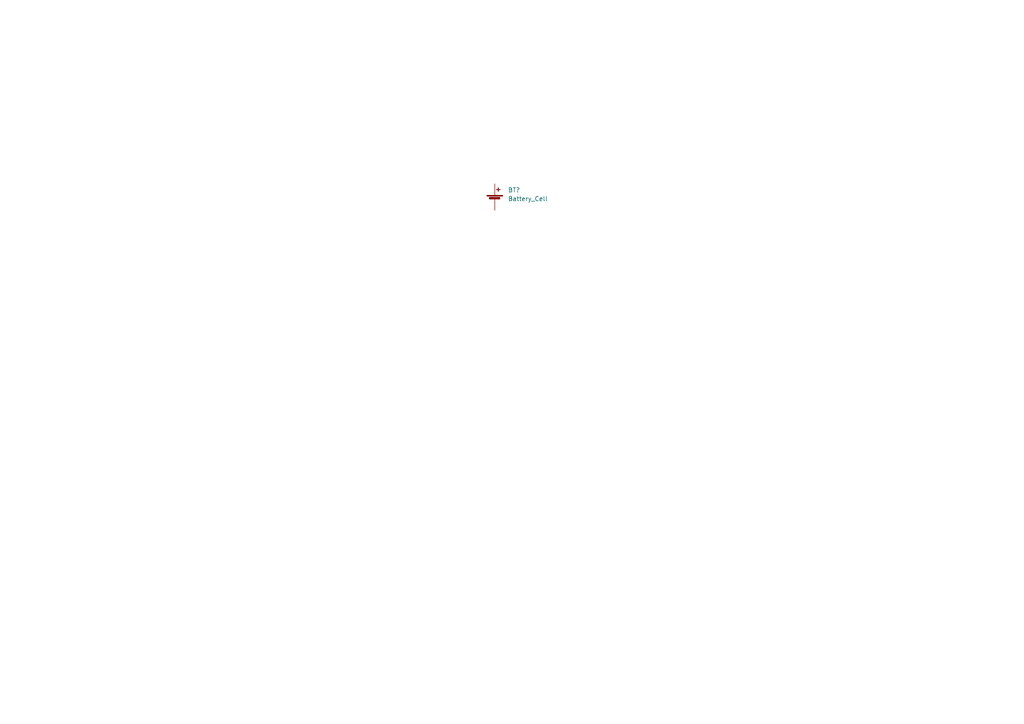
<source format=kicad_sch>
(kicad_sch (version 20211123) (generator eeschema)
  (paper "A4")
  (lib_symbols
    (symbol "Device:Battery_Cell" (pin_numbers hide) (pin_names (offset 0) hide)
      (property "Reference" "BT" (at 2.54 2.54 0))
      (property "Value" "Battery_Cell" (at 2.54 0 0))
      (symbol "Battery_Cell_0_1"
        (rectangle (start -2.286 1.778) (end 2.286 1.524) (fill (type outline)))
        (rectangle (start -1.5748 1.1938) (end 1.4732 0.6858) (fill (type outline)))
        (polyline (pts (xy 0 0.762) (xy 0 0)))
        (polyline (pts (xy 0 1.778) (xy 0 2.54)))
        (polyline (pts (xy 0.508 3.429) (xy 1.524 3.429)) (stroke (width 0.254)))
        (polyline (pts (xy 1.016 3.937) (xy 1.016 2.921)) (stroke (width 0.254)))
      )
      (symbol "Battery_Cell_1_1"
        (pin passive line (at 0 5.08 270) (length 2.54) (name "+") (number "1"))
        (pin passive line (at 0 -2.54 90) (length 2.54) (name "-") (number "2"))
      )
    )
  )
  (symbol (lib_id "Device:Battery_Cell") (at 143.51 58.42 0) (unit 1)
    (property "Reference" "BT?" (at 147.32 55.1179 0) (effects (justify left)))
    (property "Value" "Battery_Cell" (at 147.32 57.6579 0) (effects (justify left)))
  )
)
</source>
